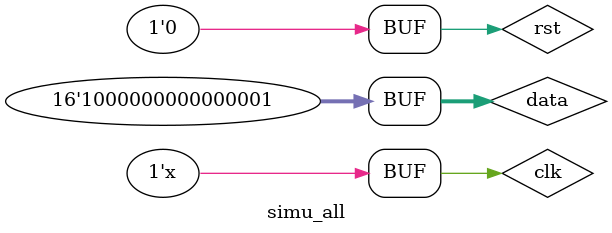
<source format=v>
`timescale 1ns / 1ps


module simu_all();

reg clk = 0;
reg rst = 0;
reg[15:0] data = 16'b0100_0000_0000_0001;
wire[15:0] r;

initial begin

    rst = 0;
    #5  rst = 1;
    #5  rst = 0;
        data = 16'b0100_0000_0000_0000;
    #40 data = 16'b0100_0000_0000_0010;
    #40 data = 16'b1000_0000_0000_0001;


end

always #20 clk = ~clk;

main mytest(.clk(clk), .rst(rst), .data(data), .r(r));

endmodule

</source>
